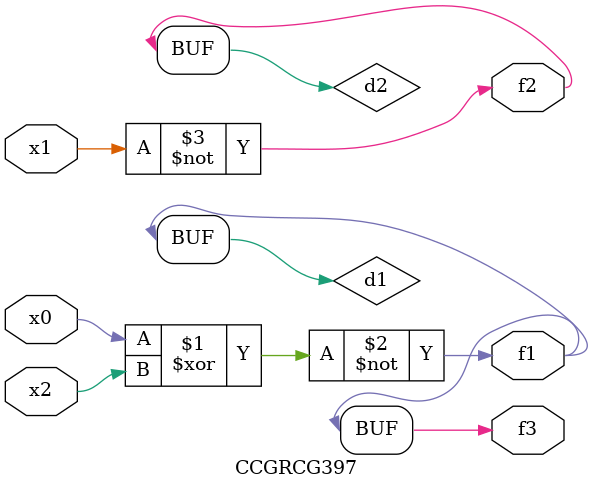
<source format=v>
module CCGRCG397(
	input x0, x1, x2,
	output f1, f2, f3
);

	wire d1, d2, d3;

	xnor (d1, x0, x2);
	nand (d2, x1);
	nor (d3, x1, x2);
	assign f1 = d1;
	assign f2 = d2;
	assign f3 = d1;
endmodule

</source>
